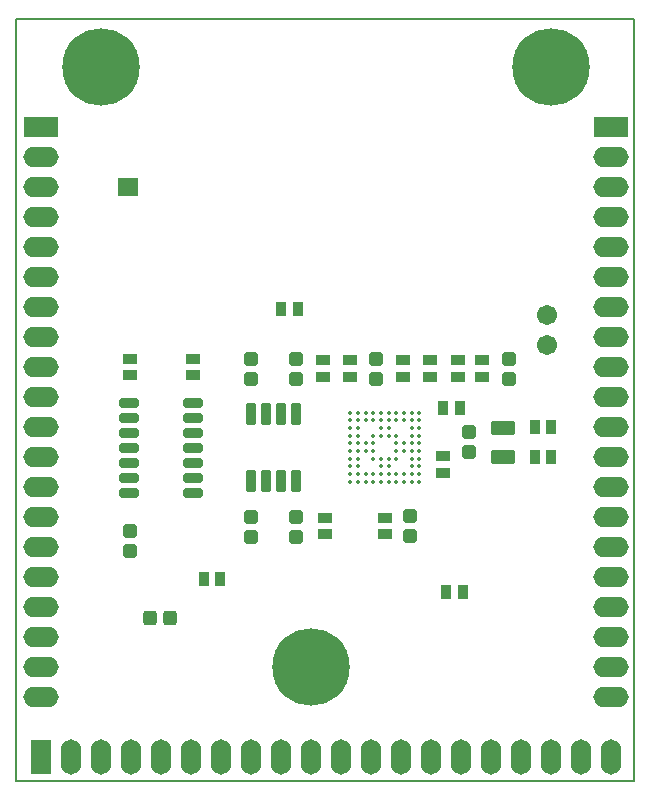
<source format=gts>
G04*
G04 #@! TF.GenerationSoftware,Altium Limited,Altium Designer,18.0.12 (696)*
G04*
G04 Layer_Color=8388736*
%FSLAX25Y25*%
%MOIN*%
G70*
G01*
G75*
%ADD16C,0.00500*%
%ADD27R,0.07087X0.06299*%
G04:AMPARAMS|DCode=28|XSize=47.37mil|YSize=78.87mil|CornerRadius=7.94mil|HoleSize=0mil|Usage=FLASHONLY|Rotation=270.000|XOffset=0mil|YOffset=0mil|HoleType=Round|Shape=RoundedRectangle|*
%AMROUNDEDRECTD28*
21,1,0.04737,0.06299,0,0,270.0*
21,1,0.03150,0.07887,0,0,270.0*
1,1,0.01587,-0.03150,-0.01575*
1,1,0.01587,-0.03150,0.01575*
1,1,0.01587,0.03150,0.01575*
1,1,0.01587,0.03150,-0.01575*
%
%ADD28ROUNDEDRECTD28*%
G04:AMPARAMS|DCode=29|XSize=31.62mil|YSize=65.09mil|CornerRadius=5.18mil|HoleSize=0mil|Usage=FLASHONLY|Rotation=90.000|XOffset=0mil|YOffset=0mil|HoleType=Round|Shape=RoundedRectangle|*
%AMROUNDEDRECTD29*
21,1,0.03162,0.05472,0,0,90.0*
21,1,0.02126,0.06509,0,0,90.0*
1,1,0.01036,0.02736,0.01063*
1,1,0.01036,0.02736,-0.01063*
1,1,0.01036,-0.02736,-0.01063*
1,1,0.01036,-0.02736,0.01063*
%
%ADD29ROUNDEDRECTD29*%
G04:AMPARAMS|DCode=30|XSize=33.59mil|YSize=72.96mil|CornerRadius=5.92mil|HoleSize=0mil|Usage=FLASHONLY|Rotation=0.000|XOffset=0mil|YOffset=0mil|HoleType=Round|Shape=RoundedRectangle|*
%AMROUNDEDRECTD30*
21,1,0.03359,0.06112,0,0,0.0*
21,1,0.02175,0.07296,0,0,0.0*
1,1,0.01184,0.01088,-0.03056*
1,1,0.01184,-0.01088,-0.03056*
1,1,0.01184,-0.01088,0.03056*
1,1,0.01184,0.01088,0.03056*
%
%ADD30ROUNDEDRECTD30*%
%ADD31C,0.01378*%
%ADD32R,0.03300X0.05800*%
G04:AMPARAMS|DCode=33|XSize=47.37mil|YSize=43.43mil|CornerRadius=8.43mil|HoleSize=0mil|Usage=FLASHONLY|Rotation=90.000|XOffset=0mil|YOffset=0mil|HoleType=Round|Shape=RoundedRectangle|*
%AMROUNDEDRECTD33*
21,1,0.04737,0.02657,0,0,90.0*
21,1,0.03051,0.04343,0,0,90.0*
1,1,0.01686,0.01329,0.01526*
1,1,0.01686,0.01329,-0.01526*
1,1,0.01686,-0.01329,-0.01526*
1,1,0.01686,-0.01329,0.01526*
%
%ADD33ROUNDEDRECTD33*%
G04:AMPARAMS|DCode=34|XSize=47.37mil|YSize=43.43mil|CornerRadius=8.43mil|HoleSize=0mil|Usage=FLASHONLY|Rotation=180.000|XOffset=0mil|YOffset=0mil|HoleType=Round|Shape=RoundedRectangle|*
%AMROUNDEDRECTD34*
21,1,0.04737,0.02657,0,0,180.0*
21,1,0.03051,0.04343,0,0,180.0*
1,1,0.01686,-0.01526,0.01329*
1,1,0.01686,0.01526,0.01329*
1,1,0.01686,0.01526,-0.01329*
1,1,0.01686,-0.01526,-0.01329*
%
%ADD34ROUNDEDRECTD34*%
%ADD35R,0.03753X0.04540*%
%ADD36R,0.04540X0.03753*%
%ADD37C,0.06706*%
%ADD38C,0.25800*%
%ADD39R,0.11800X0.06800*%
%ADD40O,0.11800X0.06800*%
%ADD41R,0.06800X0.11800*%
%ADD42O,0.06800X0.11800*%
D16*
X232Y-7D02*
Y253993D01*
X206232D01*
Y-7D02*
Y253993D01*
X232Y-7D02*
X206232D01*
D27*
X37622Y198000D02*
D03*
D28*
X162500Y108000D02*
D03*
Y117842D02*
D03*
D29*
X59228Y96179D02*
D03*
Y101180D02*
D03*
Y106179D02*
D03*
Y111179D02*
D03*
Y116180D02*
D03*
Y121179D02*
D03*
Y126180D02*
D03*
X37772Y96179D02*
D03*
Y101180D02*
D03*
Y106179D02*
D03*
Y111179D02*
D03*
Y116180D02*
D03*
Y121179D02*
D03*
Y126180D02*
D03*
D30*
X78500Y100057D02*
D03*
X83500D02*
D03*
X88500D02*
D03*
X93500D02*
D03*
X78500Y122302D02*
D03*
X83500D02*
D03*
X88500D02*
D03*
X93500D02*
D03*
D31*
X134580Y122795D02*
D03*
Y120236D02*
D03*
Y117677D02*
D03*
Y115118D02*
D03*
Y112559D02*
D03*
Y110000D02*
D03*
Y107441D02*
D03*
Y104882D02*
D03*
Y102323D02*
D03*
Y99764D02*
D03*
X132020Y122795D02*
D03*
Y120236D02*
D03*
Y117677D02*
D03*
Y115118D02*
D03*
Y112559D02*
D03*
Y110000D02*
D03*
Y107441D02*
D03*
Y104882D02*
D03*
Y102323D02*
D03*
Y99764D02*
D03*
X129461Y122795D02*
D03*
Y120236D02*
D03*
Y112559D02*
D03*
Y110000D02*
D03*
Y102323D02*
D03*
Y99764D02*
D03*
X126902Y122795D02*
D03*
Y120236D02*
D03*
Y115118D02*
D03*
Y112559D02*
D03*
Y110000D02*
D03*
Y107441D02*
D03*
Y102323D02*
D03*
Y99764D02*
D03*
X124343Y122795D02*
D03*
Y120236D02*
D03*
Y117677D02*
D03*
Y115118D02*
D03*
Y107441D02*
D03*
Y104882D02*
D03*
Y102323D02*
D03*
Y99764D02*
D03*
X121784Y122795D02*
D03*
Y120236D02*
D03*
Y117677D02*
D03*
Y115118D02*
D03*
Y107441D02*
D03*
Y104882D02*
D03*
Y102323D02*
D03*
Y99764D02*
D03*
X119225Y122795D02*
D03*
Y120236D02*
D03*
Y115118D02*
D03*
Y112559D02*
D03*
Y110000D02*
D03*
Y107441D02*
D03*
Y102323D02*
D03*
Y99764D02*
D03*
X116666Y122795D02*
D03*
Y120236D02*
D03*
Y112559D02*
D03*
Y110000D02*
D03*
Y102323D02*
D03*
Y99764D02*
D03*
X114107Y122795D02*
D03*
Y120236D02*
D03*
Y117677D02*
D03*
Y115118D02*
D03*
Y112559D02*
D03*
Y110000D02*
D03*
Y107441D02*
D03*
Y104882D02*
D03*
Y102323D02*
D03*
Y99764D02*
D03*
X111548Y122795D02*
D03*
Y120236D02*
D03*
Y117677D02*
D03*
Y115118D02*
D03*
Y112559D02*
D03*
Y110000D02*
D03*
Y107441D02*
D03*
Y104882D02*
D03*
Y102323D02*
D03*
Y99764D02*
D03*
D32*
X39243Y198000D02*
D03*
X36000D02*
D03*
D33*
X51500Y54500D02*
D03*
X44807D02*
D03*
D34*
X38000Y83346D02*
D03*
Y76653D02*
D03*
X78500Y81487D02*
D03*
Y88179D02*
D03*
X131500Y81653D02*
D03*
Y88346D02*
D03*
X164500Y134153D02*
D03*
Y140847D02*
D03*
X151000Y116268D02*
D03*
Y109575D02*
D03*
X93500Y88179D02*
D03*
Y81487D02*
D03*
X78500Y134179D02*
D03*
Y140872D02*
D03*
X93500Y134179D02*
D03*
Y140872D02*
D03*
X120000Y134153D02*
D03*
Y140847D02*
D03*
D35*
X149000Y63000D02*
D03*
X143488D02*
D03*
X68256Y67500D02*
D03*
X62744D02*
D03*
X94000Y157500D02*
D03*
X88488D02*
D03*
X142500Y124500D02*
D03*
X148012D02*
D03*
X178512Y107921D02*
D03*
X173000D02*
D03*
X178512Y117900D02*
D03*
X173000D02*
D03*
D36*
X142500Y108256D02*
D03*
Y102744D02*
D03*
X123000Y87756D02*
D03*
Y82244D02*
D03*
X103000Y87756D02*
D03*
Y82244D02*
D03*
X138000Y134744D02*
D03*
Y140256D02*
D03*
X111500Y134744D02*
D03*
Y140256D02*
D03*
X102500Y134744D02*
D03*
Y140256D02*
D03*
X59000Y135244D02*
D03*
Y140756D02*
D03*
X38000Y135244D02*
D03*
Y140756D02*
D03*
X147500Y134744D02*
D03*
Y140256D02*
D03*
X155500Y134744D02*
D03*
Y140256D02*
D03*
X129000Y134744D02*
D03*
Y140256D02*
D03*
D37*
X177000Y155500D02*
D03*
Y145500D02*
D03*
D38*
X98400Y38200D02*
D03*
X28400Y238200D02*
D03*
X178400D02*
D03*
D39*
X8400Y218200D02*
D03*
X198400D02*
D03*
D40*
X8400Y208200D02*
D03*
Y198200D02*
D03*
Y188200D02*
D03*
Y178200D02*
D03*
Y168200D02*
D03*
Y158200D02*
D03*
Y148200D02*
D03*
Y138200D02*
D03*
Y128200D02*
D03*
Y118200D02*
D03*
Y108200D02*
D03*
Y98200D02*
D03*
Y88200D02*
D03*
Y78200D02*
D03*
Y68200D02*
D03*
Y58200D02*
D03*
Y48200D02*
D03*
Y38200D02*
D03*
Y28200D02*
D03*
X198400Y208200D02*
D03*
Y198200D02*
D03*
Y188200D02*
D03*
Y178200D02*
D03*
Y168200D02*
D03*
Y158200D02*
D03*
Y148200D02*
D03*
Y138200D02*
D03*
Y128200D02*
D03*
Y118200D02*
D03*
Y108200D02*
D03*
Y98200D02*
D03*
Y88200D02*
D03*
Y78200D02*
D03*
Y68200D02*
D03*
Y58200D02*
D03*
Y48200D02*
D03*
Y38200D02*
D03*
Y28200D02*
D03*
D41*
X8400Y8200D02*
D03*
D42*
X18400D02*
D03*
X28400D02*
D03*
X38400D02*
D03*
X48400D02*
D03*
X58400D02*
D03*
X68400D02*
D03*
X78400D02*
D03*
X88400D02*
D03*
X98400D02*
D03*
X108400D02*
D03*
X118400D02*
D03*
X128400D02*
D03*
X138400D02*
D03*
X148400D02*
D03*
X158400D02*
D03*
X168400D02*
D03*
X178400D02*
D03*
X188400D02*
D03*
X198400D02*
D03*
M02*

</source>
